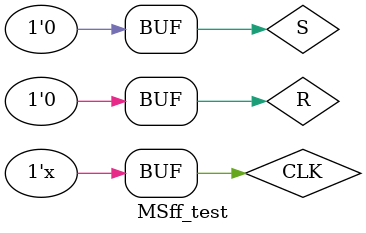
<source format=v>
`timescale 1ns / 1ps

module MSff_test;

	// Inputs
	reg CLK;
	reg R;
	reg S;

	// Outputs
	wire Q;
	wire Q_L;
	wire P;
	wire P_L;

	// Instantiate the Unit Under Test (UUT)
	MSff uut (
		.CLK(CLK), 
		.R(R), 
		.S(S), 
		.Q(Q), 
		.Q_L(Q_L),
		.P(P),
		.P_L(P_L)
	);

	initial begin
		CLK = 0;
		
		R = 0;
		S = 0;
		#50;
		
		R = 0;
		S = 1;
		#200;
        
		R = 0;
		S = 0;
		#100;
		
		R = 1;
		S = 0;
		#100;
		
		R = 0;
		S = 0;
		#50;
		
		R = 0;
		S = 1;
		#30;
		
		R = 0;
		S = 0;       
		
	end
	
	always #100 CLK = ~CLK;
      
endmodule
</source>
